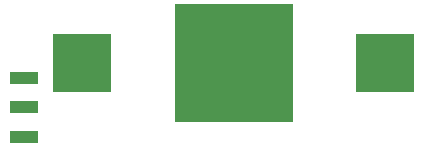
<source format=gbr>
%FSLAX23Y23*%
%MOIN*%
G04 EasyPC Gerber Version 17.0 Build 3379 *
%ADD119R,0.09500X0.04300*%
%ADD19R,0.19285X0.19285*%
%ADD18R,0.19600X0.19600*%
%ADD17R,0.39600X0.39600*%
X0Y0D02*
D02*
D17*
X1232Y1609D03*
D02*
D18*
X727D03*
D02*
D19*
X1737D03*
D02*
D119*
X534Y1362D03*
Y1461D03*
Y1559D03*
X0Y0D02*
M02*

</source>
